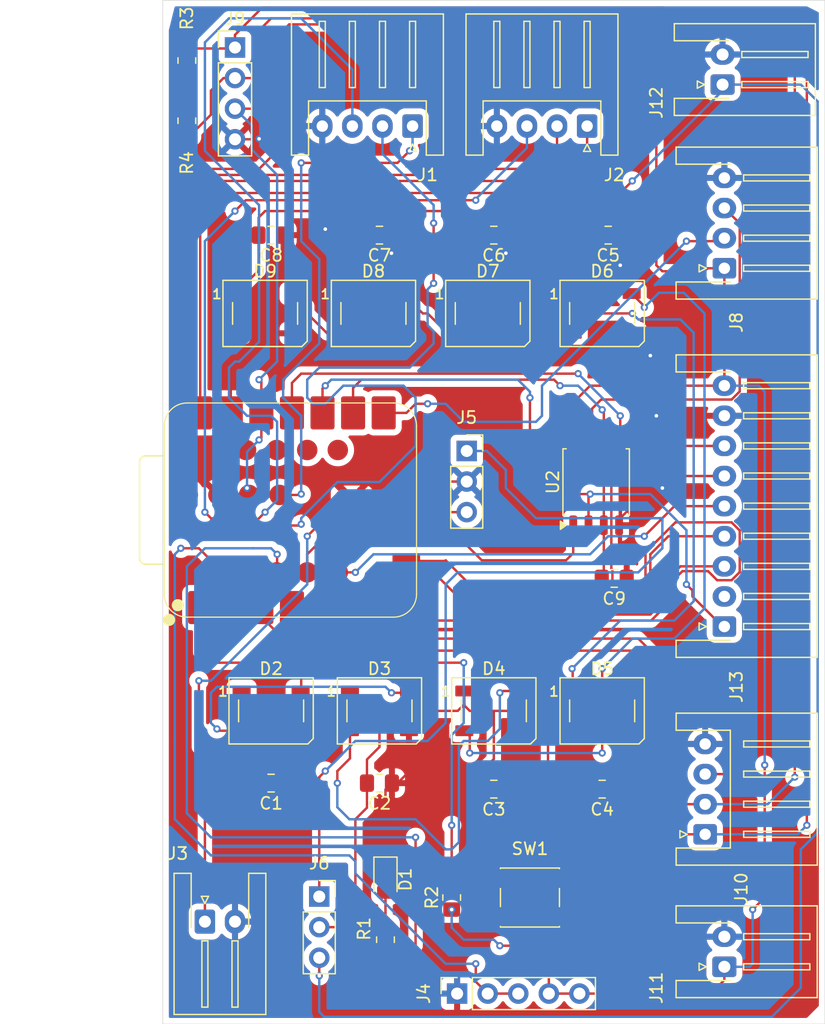
<source format=kicad_pcb>
(kicad_pcb (version 20241229) (generator "pcbnew") (generator_version "9.0")
  (layers (0 "F.Cu" signal) (2 "B.Cu" signal) (13 "F.Paste" user) (15 "B.Paste" user) (5 "F.SilkS" user "F.Silkscreen") (7 "B.SilkS" user "B.Silkscreen") (1 "F.Mask" user) (3 "B.Mask" user) (25 "Edge.Cuts" user))
  (net 0 "")
  (net 1 "NEO_IN")
  (net 2 "GND")
  (net 3 "Net-(D1-A)")
  (net 4 "Net-(D2-DOUT)")
  (net 5 "P1.04")
  (net 7 "Net-(D3-DOUT)")
  (net 8 "Net-(D4-DOUT)")
  (net 9 "Net-(D5-DOUT)")
  (net 10 "Net-(D6-DOUT)")
  (net 11 "Net-(D7-DOUT)")
  (net 12 "Net-(D8-DOUT)")
  (net 14 "SAM_RST")
  (net 15 "SAM_SWD")
  (net 16 "SAM_SWC")
  (net 17 "nRF_RST")
  (net 18 "nRF_SWD")
  (net 19 "nRF_SWC")
  (net 20 "BAT")
  (net 21 "P1.05")
  (net 22 "3V3")
  (net 23 "B_VOUT")
  (net 24 "5V")
  (net 25 "P2.09")
  (net 26 "P2.10")
  (net 28 "P1.07")
  (net 29 "P2.08")
  (net 30 "P0.03")
  (net 31 "P1.10")
  (net 32 "P2.06")
  (net 33 "P2.04")
  (net 34 "P2.02")
  (net 35 "P2.07")
  (net 36 "P1.11")
  (net 37 "P2.00")
  (net 38 "P0.04")
  (net 39 "P1.02")
  (net 40 "P2.01")
  (net 41 "P1.06")
  (net 42 "P1.03")
  (footprint "Capacitor_SMD:C_0805_2012Metric_Pad1.18x1.45mm_HandSolder" (layer "F.Cu") (at 128 135 180)
    (property "Reference" "C2")
    (property "Value" "C")
  )
  (footprint "Resistor_SMD:R_0805_2012Metric_Pad1.20x1.40mm_HandSolder" (layer "F.Cu") (at 112 75 90)
    (property "Reference" "R3")
    (property "Value" "4k7")
  )
  (footprint "LED_SMD:LED_WS2812B_PLCC4_5.0x5.0mm_P3.2mm" (layer "F.Cu") (at 137 96)
    (property "Reference" "D7")
    (property "Value" "WS2812B")
  )
  (footprint "Capacitor_SMD:C_0805_2012Metric_Pad1.18x1.45mm_HandSolder" (layer "F.Cu") (at 128 89.5 180)
    (property "Reference" "C7")
    (property "Value" "C")
  )
  (footprint "Connector_JST:JST_XH_S2B-XH-A-1_1x02_P2.50mm_Horizontal" (layer "F.Cu") (at 113.5 146.5)
    (property "Reference" "J3")
    (property "Value" "BAT")
  )
  (footprint "Connector_JST:JST_XH_S2B-XH-A-1_1x02_P2.50mm_Horizontal" (layer "F.Cu") (at 156.5 77 90)
    (property "Reference" "J12")
    (property "Value" "3V3")
  )
  (footprint "LED_SMD:LED_WS2812B_PLCC4_5.0x5.0mm_P3.2mm" (layer "F.Cu") (at 137.5 129)
    (property "Reference" "D4")
    (property "Value" "WS2812B")
  )
  (footprint "LED_SMD:LED_WS2812B_PLCC4_5.0x5.0mm_P3.2mm" (layer "F.Cu") (at 146.5 96)
    (property "Reference" "D6")
    (property "Value" "WS2812B")
  )
  (footprint "LED_SMD:LED_WS2812B_PLCC4_5.0x5.0mm_P3.2mm" (layer "F.Cu") (at 119 129)
    (property "Reference" "D2")
    (property "Value" "WS2812B")
  )
  (footprint "Connector_JST:JST_XH_S4B-XH-A_1x04_P2.50mm_Horizontal" (layer "F.Cu") (at 155.055 139.25 90)
    (property "Reference" "J10")
    (property "Value" "I2C_PINS")
  )
  (footprint "LED_SMD:LED_WS2812B_PLCC4_5.0x5.0mm_P3.2mm" (layer "F.Cu") (at 127.5 96)
    (property "Reference" "D8")
    (property "Value" "WS2812B")
  )
  (footprint "Capacitor_SMD:C_0805_2012Metric_Pad1.18x1.45mm_HandSolder" (layer "F.Cu") (at 146.5 135.5 180)
    (property "Reference" "C4")
    (property "Value" "C")
  )
  (footprint "Connector_PinSocket_2.54mm:PinSocket_1x05_P2.54mm_Vertical" (layer "F.Cu") (at 134.45 152.475 90)
    (property "Reference" "J4")
    (property "Value" "Pot")
  )
  (footprint "Connector_JST:JST_XH_S4B-XH-A_1x04_P2.50mm_Horizontal" (layer "F.Cu") (at 130.75 80.445 180)
    (property "Reference" "J1")
    (property "Value" "SAM_PROG")
  )
  (footprint "Connector_PinSocket_2.54mm:PinSocket_1x03_P2.54mm_Vertical" (layer "F.Cu") (at 123 144.42)
    (property "Reference" "J6")
    (property "Value" "NEO_CONN")
  )
  (footprint "Resistor_SMD:R_0805_2012Metric_Pad1.20x1.40mm_HandSolder" (layer "F.Cu") (at 128.5 148 90)
    (property "Reference" "R1")
    (property "Value" "300")
  )
  (footprint "Button_Switch_SMD:SW_SPST_PTS647_Sx38" (layer "F.Cu") (at 140.5 144.5)
    (property "Reference" "SW1")
    (property "Value" "SW_SPST")
  )
  (footprint "Capacitor_SMD:C_0805_2012Metric_Pad1.18x1.45mm_HandSolder" (layer "F.Cu") (at 137.5 135.5 180)
    (property "Reference" "C3")
    (property "Value" "C")
  )
  (footprint "Capacitor_SMD:C_0805_2012Metric_Pad1.18x1.45mm_HandSolder" (layer "F.Cu") (at 119 89.5 180)
    (property "Reference" "C8")
    (property "Value" "C")
  )
  (footprint "Capacitor_SMD:C_0805_2012Metric_Pad1.18x1.45mm_HandSolder" (layer "F.Cu") (at 137.5 89.5 180)
    (property "Reference" "C6")
    (property "Value" "C")
  )
  (footprint "Resistor_SMD:R_0805_2012Metric_Pad1.20x1.40mm_HandSolder" (layer "F.Cu") (at 112 80 -90)
    (property "Reference" "R4")
    (property "Value" "4k7")
  )
  (footprint "Connector_JST:JST_XH_S4B-XH-A-1_1x04_P2.50mm_Horizontal" (layer "F.Cu") (at 156.65 92.25 90)
    (property "Reference" "J8")
    (property "Value" "UART_PORT")
  )
  (footprint "Resistor_SMD:R_0805_2012Metric_Pad1.20x1.40mm_HandSolder" (layer "F.Cu") (at 134 144.5 90)
    (property "Reference" "R2")
    (property "Value" "4K7")
  )
  (footprint "Connector_JST:JST_XH_S4B-XH-A_1x04_P2.50mm_Horizontal" (layer "F.Cu") (at 145.25 80.445 180)
    (property "Reference" "J2")
    (property "Value" "NRF_PROG")
  )
  (footprint "Connector_JST:JST_XH_S9B-XH-A-1_1x09_P2.50mm_Horizontal" (layer "F.Cu") (at 156.65 122 90)
    (property "Reference" "J13")
    (property "Value" "DISPLAY_PORT")
  )
  (footprint "Capacitor_SMD:C_0805_2012Metric_Pad1.18x1.45mm_HandSolder" (layer "F.Cu") (at 119 135 180)
    (property "Reference" "C1")
    (property "Value" "C")
  )
  (footprint "LED_SMD:LED_0805_2012Metric_Pad1.15x1.40mm_HandSolder" (layer "F.Cu") (at 128.5 143 -90)
    (property "Reference" "D1")
    (property "Value" "LED")
  )
  (footprint "Package_SO:SOIC-8_5.3x5.3mm_P1.27mm" (layer "F.Cu") (at 146 110 90)
    (property "Reference" "U2")
    (property "Value" "W25Q32JVSS")
  )
  (footprint "LED_SMD:LED_WS2812B_PLCC4_5.0x5.0mm_P3.2mm" (layer "F.Cu") (at 128 129)
    (property "Reference" "D3")
    (property "Value" "WS2812B")
  )
  (footprint "LED_SMD:LED_WS2812B_PLCC4_5.0x5.0mm_P3.2mm" (layer "F.Cu") (at 118.5 96)
    (property "Reference" "D9")
    (property "Value" "WS2812B")
  )
  (footprint "LED_SMD:LED_WS2812B_PLCC4_5.0x5.0mm_P3.2mm" (layer "F.Cu") (at 146.5 129)
    (property "Reference" "D5")
    (property "Value" "WS2812B")
  )
  (footprint "Capacitor_SMD:C_0805_2012Metric_Pad1.18x1.45mm_HandSolder" (layer "F.Cu") (at 147.5 118 180)
    (property "Reference" "C9")
    (property "Value" "C")
  )
  (footprint "Connector_PinSocket_2.54mm:PinSocket_1x03_P2.54mm_Vertical" (layer "F.Cu") (at 135.25 107.42)
    (property "Reference" "J5")
    (property "Value" "BOOST")
  )
  (footprint "Connector_PinHeader_2.54mm:PinHeader_1x04_P2.54mm_Vertical" (layer "F.Cu") (at 116 73.92)
    (property "Reference" "J9")
    (property "Value" "OLED_PINS")
  )
  (footprint "xiao_nrf54l15:ym_" (layer "F.Cu") (at 96.73 81.340994 90)
    (property "Reference" "U3" (hide yes))
    (property "Value" "XIAO-nRF54l15-SMD" (hide yes))
  )
  (footprint "Connector_JST:JST_XH_S2B-XH-A-1_1x02_P2.50mm_Horizontal" (layer "F.Cu") (at 156.65 150.25 90)
    (property "Reference" "J11")
    (property "Value" "5V")
  )
  (footprint "Capacitor_SMD:C_0805_2012Metric_Pad1.18x1.45mm_HandSolder" (layer "F.Cu") (at 147 89.5 180)
    (property "Reference" "C5")
    (property "Value" "C")
  )
  (gr_rect (start 110 70) (end 165 155) (stroke (width 0.05)) (fill no) (layer "Edge.Cuts"))
  (segment (start 142 134.5) (end 143 135.5) (width 0.2) (layer "F.Cu") (net 1))
  (segment (start 135.5 129) (end 137.5 129) (width 0.2) (layer "F.Cu") (net 1))
  (segment (start 143.5 129) (end 144.05 128.45) (width 0.2) (layer "F.Cu") (net 1))
  (segment (start 126.9625 137.0375) (end 126.9625 135) (width 0.2) (layer "F.Cu") (net 1))
  (segment (start 145.5 87.5) (end 137 87.5) (width 0.2) (layer "F.Cu") (net 1))
  (segment (start 145 96) (end 145 95.3) (width 0.2) (layer "F.Cu") (net 1))
  (segment (start 128 129) (end 128 132) (width 0.2) (layer "F.Cu") (net 1))
  (segment (start 135.05 128.45) (end 135.05 127.35) (width 0.2) (layer "F.Cu") (net 1))
  (segment (start 144.05 128.45) (end 144.05 127.35) (width 0.2) (layer "F.Cu") (net 1))
  (segment (start 136.4625 134.0375) (end 136.4625 135.5) (width 0.2) (layer "F.Cu") (net 1))
  (segment (start 118.5 133) (end 117.9625 133.5375) (width 0.2) (layer "F.Cu") (net 1))
  (segment (start 117.5 129) (end 118.5 129) (width 0.2) (layer "F.Cu") (net 1))
  (segment (start 145 95.3) (end 144.05 94.35) (width 0.2) (layer "F.Cu") (net 1))
  (segment (start 126 129) (end 128 129) (width 0.2) (layer "F.Cu") (net 1))
  (segment (start 144.05 127.35) (end 144.05 125.55) (width 0.2) (layer "F.Cu") (net 1))
  (segment (start 125.55 128.45) (end 125.55 128.55) (width 0.2) (layer "F.Cu") (net 1))
  (segment (start 128 129) (end 134.5 129) (width 0.2) (layer "F.Cu") (net 1))
  (segment (start 137.5 129) (end 137.5 133) (width 0.2) (layer "F.Cu") (net 1))
  (segment (start 137.5 133) (end 136.4625 134.0375) (width 0.2) (layer "F.Cu") (net 1))
  (segment (start 125.05 94.35) (end 126.9625 92.4375) (width 0.2) (layer "F.Cu") (net 1))
  (segment (start 125.55 128.55) (end 126 129) (width 0.2) (layer "F.Cu") (net 1))
  (segment (start 117 127.8) (end 117 128.5) (width 0.2) (layer "F.Cu") (net 1))
  (segment (start 145.9625 87.9625) (end 145.5 87.5) (width 0.2) (layer "F.Cu") (net 1))
  (segment (start 117.9625 133.5375) (end 117.9625 135) (width 0.2) (layer "F.Cu") (net 1))
  (segment (start 125.54 146.96) (end 126 146.5) (width 0.2) (layer "F.Cu") (net 1))
  (segment (start 126.9625 133.0375) (end 126.9625 135) (width 0.2) (layer "F.Cu") (net 1))
  (segment (start 117.9625 92.4375) (end 117.9625 89.5) (width 0.2) (layer "F.Cu") (net 1))
  (segment (start 126.425 87.5) (end 126.9625 88.0375) (width 0.2) (layer "F.Cu") (net 1))
  (segment (start 128 132) (end 126.9625 133.0375) (width 0.2) (layer "F.Cu") (net 1))
  (segment (start 127.5 87.5) (end 135.925 87.5) (width 0.2) (layer "F.Cu") (net 1))
  (segment (start 136.4625 88.0375) (end 136.4625 89.5) (width 0.2) (layer "F.Cu") (net 1))
  (segment (start 118.5 87.5) (end 126.425 87.5) (width 0.2) (layer "F.Cu") (net 1))
  (segment (start 135.05 128.45) (end 135.05 128.55) (width 0.2) (layer "F.Cu") (net 1))
  (segment (start 118.5 129) (end 125 129) (width 0.2) (layer "F.Cu") (net 1))
  (segment (start 145.9625 92.4375) (end 145.9625 89.5) (width 0.2) (layer "F.Cu") (net 1))
  (segment (start 144.05 94.35) (end 145.9625 92.4375) (width 0.2) (layer "F.Cu") (net 1))
  (segment (start 116.05 94.35) (end 117.9625 92.4375) (width 0.2) (layer "F.Cu") (net 1))
  (segment (start 117.9625 88.0375) (end 118.5 87.5) (width 0.2) (layer "F.Cu") (net 1))
  (segment (start 118.5 129) (end 118.5 133) (width 0.2) (layer "F.Cu") (net 1))
  (segment (start 143 135.5) (end 145.4625 135.5) (width 0.2) (layer "F.Cu") (net 1))
  (segment (start 137.5 129) (end 142 129) (width 0.2) (layer "F.Cu") (net 1))
  (segment (start 123 146.96) (end 125.54 146.96) (width 0.2) (layer "F.Cu") (net 1))
  (segment (start 142 129) (end 143.5 129) (width 0.2) (layer "F.Cu") (net 1))
  (segment (start 136.4625 92.4375) (end 136.4625 89.5) (width 0.2) (layer "F.Cu") (net 1))
  (segment (start 134.5 129) (end 135.05 128.45) (width 0.2) (layer "F.Cu") (net 1))
  (segment (start 117 128.5) (end 117.5 129) (width 0.2) (layer "F.Cu") (net 1))
  (segment (start 135.05 128.55) (end 135.5 129) (width 0.2) (layer "F.Cu") (net 1))
  (segment (start 117.9625 89.5) (end 117.9625 88.0375) (width 0.2) (layer "F.Cu") (net 1))
  (segment (start 125.55 128.45) (end 125.55 127.35) (width 0.2) (layer "F.Cu") (net 1))
  (segment (start 137 87.5) (end 136.4625 88.0375) (width 0.2) (layer "F.Cu") (net 1))
  (segment (start 126.9625 89.5) (end 126.9625 88.0375) (width 0.2) (layer "F.Cu") (net 1))
  (segment (start 134.55 94.35) (end 136.4625 92.4375) (width 0.2) (layer "F.Cu") (net 1))
  (segment (start 142 129) (end 142 134.5) (width 0.2) (layer "F.Cu") (net 1))
  (segment (start 135.925 87.5) (end 136.4625 88.0375) (width 0.2) (layer "F.Cu") (net 1))
  (segment (start 145.9625 89.5) (end 145.9625 87.9625) (width 0.2) (layer "F.Cu") (net 1))
  (segment (start 125 129) (end 125.55 128.45) (width 0.2) (layer "F.Cu") (net 1))
  (segment (start 116.55 127.35) (end 117 127.8) (width 0.2) (layer "F.Cu") (net 1))
  (segment (start 126 138) (end 126.9625 137.0375) (width 0.2) (layer "F.Cu") (net 1))
  (segment (start 126.9625 92.4375) (end 126.9625 89.5) (width 0.2) (layer "F.Cu") (net 1))
  (segment (start 126.9625 88.0375) (end 127.5 87.5) (width 0.2) (layer "F.Cu") (net 1))
  (segment (start 126 146.5) (end 126 138) (width 0.2) (layer "F.Cu") (net 1))
  (segment (start 144.05 125.55) (end 144 125.5) (width 0.2) (layer "F.Cu") (net 1))
  (segment (start 149 96) (end 145 96) (width 0.2) (layer "F.Cu") (net 1))
  (via (at 144 125.5) (size 0.6) (drill 0.3) (layers "F.Cu" "B.Cu") (net 1))
  (via (at 149 96) (size 0.6) (drill 0.3) (layers "F.Cu" "B.Cu") (net 1))
  (segment (start 149.5 96.5) (end 149 96) (width 0.2) (layer "B.Cu") (net 1))
  (segment (start 152.5 121.5) (end 154.101 119.899) (width 0.2) (layer "B.Cu") (net 1))
  (segment (start 154.101 119.899) (end 154.101 97.601) (width 0.2) (layer "B.Cu") (net 1))
  (segment (start 153 96.5) (end 149.5 96.5) (width 0.2) (layer "B.Cu") (net 1))
  (segment (start 154.101 97.601) (end 153 96.5) (width 0.2) (layer "B.Cu") (net 1))
  (segment (start 144 125.5) (end 148 121.5) (width 0.2) (layer "B.Cu") (net 1))
  (segment (start 148 121.5) (end 152.5 121.5) (width 0.2) (layer "B.Cu") (net 1))
  (segment (start 116 148) (end 116 146.5) (width 0.2) (layer "F.Cu") (net 2))
  (segment (start 134.45 152.475) (end 132 152.475) (width 0.2) (layer "F.Cu") (net 2))
  (segment (start 148.0375 89.5) (end 148.0375 90.5375) (width 0.2) (layer "F.Cu") (net 2))
  (segment (start 139 98.1) (end 139.45 97.65) (width 0.2) (layer "F.Cu") (net 2))
  (segment (start 136.5 74.5) (end 137.75 75.75) (width 0.2) (layer "F.Cu") (net 2))
  (segment (start 120.95 97.65) (end 120.65 97.95) (width 0.2) (layer "F.Cu") (net 2))
  (segment (start 148.75 147.75) (end 147.5 146.5) (width 0.2) (layer "F.Cu") (net 2))
  (segment (start 148 91) (end 148.0375 90.9625) (width 0.2) (layer "F.Cu") (net 2))
  (segment (start 125.340994 111.340994) (end 123.5 109.5) (width 0.2) (layer "F.Cu") (net 2))
  (segment (start 121 100) (end 129 100) (width 0.2) (layer "F.Cu") (net 2))
  (segment (start 121 153) (end 116 148) (width 0.2) (layer "F.Cu") (net 2))
  (segment (start 139.95 134.55) (end 139.95 130.65) (width 0.2) (layer "F.Cu") (net 2))
  (segment (start 129 153) (end 121 153) (width 0.2) (layer "F.Cu") (net 2))
  (segment (start 123.5 109.5) (end 116.190994 109.5) (width 0.2) (layer "F.Cu") (net 2))
  (segment (start 161.5 146) (end 161.5 130.5) (width 0.2) (layer "F.Cu") (net 2))
  (segment (start 116 146.5) (end 116 141.5) (width 0.2) (layer "F.Cu") (net 2))
  (segment (start 120.0375 137.4625) (end 120.0375 135) (width 0.2) (layer "F.Cu") (net 2))
  (segment (start 130.45 134.05) (end 130.45 135.95) (width 0.2) (layer "F.Cu") (net 2))
  (segment (start 147.5 145) (end 146.4 146.1) (width 0.2) (layer "F.Cu") (net 2))
  (segment (start 139 99.5) (end 139 98.1) (width 0.2) (layer "F.Cu") (net 2))
  (segment (start 114.62 107.38) (end 115.65 106.35) (width 0.2) (layer "F.Cu") (net 2))
  (segment (start 121 100) (end 116.5 100) (width 0.2) (layer "F.Cu") (net 2))
  (segment (start 150.5 99.5) (end 149.45 99.5) (width 0.2) (layer "F.Cu") (net 2))
  (segment (start 129 89.5375) (end 129.0375 89.5) (width 0.2) (layer "F.Cu") (net 2))
  (segment (start 156.65 147.75) (end 148.75 147.75) (width 0.2) (layer "F.Cu") (net 2))
  (segment (start 124.5 74.5) (end 136.5 74.5) (width 0.2) (layer "F.Cu") (net 2))
  (segment (start 156.65 104.5) (end 160 104.5) (width 0.2) (layer "F.Cu") (net 2))
  (segment (start 161.5 83) (end 161.5 75) (width 0.2) (layer "F.Cu") (net 2))
  (segment (start 138.5 89.5375) (end 138.5375 89.5) (width 0.2) (layer "F.Cu") (net 2))
  (segment (start 147.5 146.5) (end 147.5 145) (width 0.2) (layer "F.Cu") (net 2))
  (segment (start 129 91) (end 129 89.5375) (width 0.2) (layer "F.Cu") (net 2))
  (segment (start 160.25 131.75) (end 161.5 130.5) (width 0.2) (layer "F.Cu") (net 2))
  (segment (start 147.5375 139.5) (end 147.5375 144.9625) (width 0.2) (layer "F.Cu") (net 2))
  (segment (start 123.25 80.445) (end 123.25 75.75) (width 0.2) (layer "F.Cu") (net 2))
  (segment (start 151 97) (end 150.35 97.65) (width 0.2) (layer "F.Cu") (net 2))
  (segment (start 148.95 134.55) (end 148.95 130.65) (width 0.2) (layer "F.Cu") (net 2))
  (segment (start 123 89.5) (end 123.5 89) (width 0.2) (layer "F.Cu") (net 2))
  (segment (start 149.45 99.5) (end 148.95 99) (width 0.2) (layer "F.Cu") (net 2))
  (segment (start 138.5 100) (end 148 100) (width 0.2) (layer "F.Cu") (net 2))
  (segment (start 160 104.5) (end 161.5 103) (width 0.2) (layer "F.Cu") (net 2))
  (segment (start 120.0375 134.8625) (end 121.45 133.45) (width 0.2) (layer "F.Cu") (net 2))
  (segment (start 150.35 97.65) (end 148.95 97.65) (width 0.2) (layer "F.Cu") (net 2))
  (segment (start 146.4 146.1) (end 143.125 146.1) (width 0.2) (layer "F.Cu") (net 2))
  (segment (start 143.125 146.1) (end 137.875 146.1) (width 0.2) (layer "F.Cu") (net 2))
  (segment (start 147.905 113.5875) (end 147.905 113.095) (width 0.2) (layer "F.Cu") (net 2))
  (segment (start 148.0375 90.9625) (end 148.0375 89.5) (width 0.2) (layer "F.Cu") (net 2))
  (segment (start 147.5375 135.5) (end 148 135.5) (width 0.2) (layer "F.Cu") (net 2))
  (segment (start 161.5 75) (end 161 74.5) (width 0.2) (layer "F.Cu") (net 2))
  (segment (start 138.5375 135.5375) (end 138.5375 135.5) (width 0.2) (layer "F.Cu") (net 2))
  (segment (start 137.875 146.1) (end 134.45 149.525) (width 0.2) (layer "F.Cu") (net 2))
  (segment (start 159.75 84.75) (end 156.65 84.75) (width 0.2) (layer "F.Cu") (net 2))
  (segment (start 161.5 130.5) (end 161.5 103) (width 0.2) (layer "F.Cu") (net 2))
  (segment (start 138.5375 135.5) (end 139 135.5) (width 0.2) (layer "F.Cu") (net 2))
  (segment (start 128.5 135.5375) (end 129.0375 135) (width 0.2) (layer "F.Cu") (net 2))
  (segment (start 147.905 113.5875) (end 147.905 115.405) (width 0.2) (layer "F.Cu") (net 2))
  (segment (start 133.04 109.96) (end 135.25 109.96) (width 0.2) (layer "F.Cu") (net 2))
  (segment (start 148.95 99.05) (end 148.95 99) (width 0.2) (layer "F.Cu") (net 2))
  (segment (start 155.055 131.75) (end 160.25 131.75) (width 0.2) (layer "F.Cu") (net 2))
  (segment (start 129 100) (end 138.5 100) (width 0.2) (layer "F.Cu") (net 2))
  (segment (start 129.0375 135) (end 129.5 135) (width 0.2) (layer "F.Cu") (net 2))
  (segment (start 148.95 99) (end 148.95 97.65) (width 0.2) (layer "F.Cu") (net 2))
  (segment (start 116.5 100) (end 115.65 100.85) (width 0.2) (layer "F.Cu") (net 2))
  (segment (start 129.5 135) (end 130.45 134.05) (width 0.2) (layer "F.Cu") (net 2))
  (segment (start 161.5 103) (end 161.5 86.5) (width 0.2) (layer "F.Cu") (net 2))
  (segment (start 120.65 99.65) (end 121 100) (width 0.2) (layer "F.Cu") (net 2))
  (segment (start 134.45 149.525) (end 134.45 152.475) (width 0.2) (layer "F.Cu") (net 2))
  (segment (start 129.525 152.475) (end 129 153) (width 0.2) (layer "F.Cu") (net 2))
  (segment (start 130.45 134.05) (end 130.45 130.65) (width 0.2) (layer "F.Cu") (net 2))
  (segment (start 138.5375 136.4625) (end 138.5375 135.5) (width 0.2) (layer "F.Cu") (net 2))
  (segment (start 139 135.5) (end 139.95 134.55) (width 0.2) (layer "F.Cu") (net 2))
  (segment (start 116 103.908494) (end 115.65 104.258494) (width 0.2) (layer "F.Cu") (net 2))
  (segment (start 147.5375 135.5) (end 147.5375 139.5) (width 0.2) (layer "F.Cu") (net 2))
  (segment (start 148 135.5) (end 148.95 134.55) (width 0.2) (layer "F.Cu") (net 2))
  (segment (start 115.65 106.35) (end 115.65 104.258494) (width 0.2) (layer "F.Cu") (net 2))
  (segment (start 128.5 141.975) (end 128.5 135.5375) (width 0.2) (layer "F.Cu") (net 2))
  (segment (start 116 81.54) (end 117.96 81.54) (width 0.2) (layer "F.Cu") (net 2))
  (segment (start 123.25 75.75) (end 124.5 74.5) (width 0.2) (layer "F.Cu") (net 2))
  (segment (start 114.62 111.070994) (end 114.62 107.38) (width 0.2) (layer "F.Cu") (net 2))
  (segment (start 120.0375 135) (end 120.0375 134.8625) (width 0.2) (layer "F.Cu") (net 2))
  (segment (start 161 74.5) (end 156.5 74.5) (width 0.2) (layer "F.Cu") (net 2))
  (segment (start 151 93.5) (end 151 97) (width 0.2) (layer "F.Cu") (net 2))
  (segment (start 129.5 99.5) (end 129.5 98.1) (width 0.2) (layer "F.Cu") (net 2))
  (segment (start 150.5 110.5) (end 151.5 110.5) (width 0.2) (layer "F.Cu") (net 2))
  (segment (start 148 92) (end 148 91) (width 0.2) (layer "F.Cu") (net 2))
  (segment (start 138.5 91) (end 138.5 89.5375) (width 0.2) (layer "F.Cu") (net 2))
  (segment (start 125.704811 111.340994) (end 131.659006 111.340994) (width 0.2) (layer "F.Cu") (net 2))
  (segment (start 116.190994 109.5) (end 114.62 111.070994) (width 0.2) (layer "F.Cu") (net 2))
  (segment (start 129.5 98.1) (end 129.95 97.65) (width 0.2) (layer "F.Cu") (net 2))
  (segment (start 129 100) (end 129.5 99.5) (width 0.2) (layer "F.Cu") (net 2))
  (segment (start 148.0375 90.5375) (end 151 93.5) (width 0.2) (layer "F.Cu") (net 2))
  (segment (start 131.5 137) (end 138 137) (width 0.2) (layer "F.Cu") (net 2))
  (segment (start 138 137) (end 138.5375 136.4625) (width 0.2) (layer "F.Cu") (net 2))
  (segment (start 115.65 100.85) (end 115.65 104.258494) (width 0.2) (layer "F.Cu") (net 2))
  (segment (start 147.5375 139.5) (end 142.5 139.5) (width 0.2) (layer "F.Cu") (net 2))
  (segment (start 132 152.475) (end 129.525 152.475) (width 0.2) (layer "F.Cu") (net 2))
  (segment (start 148.5375 116.0375) (end 148.5375 118) (width 0.2) (layer "F.Cu") (net 2))
  (segment (start 159.75 147.75) (end 161.5 146) (width 0.2) (layer "F.Cu") (net 2))
  (segment (start 116 141.5) (end 120.0375 137.4625) (width 0.2) (layer "F.Cu") (net 2))
  (segment (start 147.5375 144.9625) (end 147.5 145) (width 0.2) (layer "F.Cu") (net 2))
  (segment (start 161.5 86.5) (end 159.75 84.75) (width 0.2) (layer "F.Cu") (net 2))
  (segment (start 156.65 147.75) (end 159.75 147.75) (width 0.2) (layer "F.Cu") (net 2))
  (segment (start 131.659006 111.340994) (end 133.04 109.96) (width 0.2) (layer "F.Cu") (net 2))
  (segment (start 125.704811 111.340994) (end 125.340994 111.340994) (width 0.2) (layer "F.Cu") (net 2))
  (segment (start 142.5 139.5) (end 138.5375 135.5375) (width 0.2) (layer "F.Cu") (net 2))
  (segment (start 159.75 84.75) (end 161.5 83) (width 0.2) (layer "F.Cu") (net 2))
  (segment (start 120.0375 89.5) (end 123 89.5) (width 0.2) (layer "F.Cu") (net 2))
  (segment (start 156.65 104.5) (end 151 104.5) (width 0.2) (layer "F.Cu") (net 2))
  (segment (start 120.65 97.95) (end 120.65 99.65) (width 0.2) (layer "F.Cu") (net 2))
  (segment (start 137.75 75.75) (end 137.75 80.445) (width 0.2) (layer "F.Cu") (net 2))
  (segment (start 117.96 81.54) (end 118 81.5) (width 0.2) (layer "F.Cu") (net 2))
  (segment (start 147.905 113.095) (end 149.5 111.5) (width 0.2) (layer "F.Cu") (net 2))
  (segment (start 148 100) (end 148.95 99.05) (width 0.2) (layer "F.Cu") (net 2))
  (segment (start 121.45 133.45) (end 121.45 130.65) (width 0.2) (layer "F.Cu") (net 2))
  (segment (start 149.5 111.5) (end 150.5 110.5) (width 0.2) (layer "F.Cu") (net 2))
  (segment (start 130.45 135.95) (end 131.5 137) (width 0.2) (layer "F.Cu") (net 2))
  (segment (start 147.905 115.405) (end 148.5375 116.0375) (width 0.2) (layer "F.Cu") (net 2))
  (segment (start 138.5 100) (end 139 99.5) (width 0.2) (layer "F.Cu") (net 2))
  (via (at 123.5 89) (size 0.6) (drill 0.3) (layers "F.Cu" "B.Cu") (net 2))
  (via (at 150.5 99.5) (size 0.6) (drill 0.3) (layers "F.Cu" "B.Cu") (net 2))
  (via (at 148 92) (size 0.6) (drill 0.3) (layers "F.Cu" "B.Cu") (net 2))
  (via (at 151.5 110.5) (size 0.6) (drill 0.3) (layers "F.Cu" "B.Cu") (net 2))
  (via (at 118 81.5) (size 0.6) (drill 0.3) (layers "F.Cu" "B.Cu") (net 2))
  (via (at 151 104.5) (size 0.6) (drill 0.3) (layers "F.Cu" "B.Cu") (net 2))
  (via (at 129 91) (size 0.6) (drill 0.3) (layers "F.Cu" "B.Cu") (net 2))
  (via (at 138.5 91) (size 0.6) (drill 0.3) (layers "F.Cu" "B.Cu") (net 2))
  (segment (start 119.055 80.445) (end 123.25 80.445) (width 0.2) (layer "B.Cu") (net 2))
  (segment (start 123.25 88.25) (end 123.25 80.445) (width 0.2) (layer "B.Cu") (net 2))
  (segment (start 129 92) (end 138.5 92) (width 0.2) (layer "B.Cu") (net 2))
  (segment (start 151.5 110.5) (end 151.5 105) (width 0.2) (layer "B.Cu") (net 2))
  (segment (start 129 92) (end 129 91) (width 0.2) (layer "B.Cu") (net 2))
  (segment (start 138.5 92) (end 148 92) (width 0.2) (layer "B.Cu") (net 2))
  (segment (start 138.5 92) (end 138.5 91) (width 0.2) (layer "B.Cu") (net 2))
  (segment (start 150.5 104) (end 150.5 99.5) (width 0.2) (layer "B.Cu") (net 2))
  (segment (start 118 81.5) (end 119.055 80.445) (width 0.2) (layer "B.Cu") (net 2))
  (segment (start 123.5 88.5) (end 123.25 88.25) (width 0.2) (layer "B.Cu") (net 2))
  (segment (start 126.5 92) (end 129 92) (width 0.2) (layer "B.Cu") (net 2))
  (segment (start 151 104.5) (end 150.5 104) (width 0.2) (layer "B.Cu") (net 2))
  (segment (start 123.5 89) (end 126.5 92) (width 0.2) (layer "B.Cu") (net 2))
  (segment (start 151.5 105) (end 151 104.5) (width 0.2) (layer "B.Cu") (net 2))
  (segment (start 123.5 89) (end 123.5 88.5) (width 0.2) (layer "B.Cu") (net 2))
  (segment (start 128.5 147) (end 128.5 144.025) (width 0.2) (layer "F.Cu") (net 3))
  (segment (start 130.3 127.5) (end 130.45 127.35) (width 0.2) (layer "F.Cu") (net 4))
  (segment (start 114.65 130.65) (end 114.5 130.5) (width 0.2) (layer "F.Cu") (net 4))
  (segment (start 116.55 130.65) (end 114.65 130.65) (width 0.2) (layer "F.Cu") (net 4))
  (segment (start 129 127.5) (end 130.3 127.5) (width 0.2) (layer "F.Cu") (net 4))
  (via (at 114.5 130.5) (size 0.6) (drill 0.3) (layers "F.Cu" "B.Cu") (net 4))
  (via (at 129 127.5) (size 0.6) (drill 0.3) (layers "F.Cu" "B.Cu") (net 4))
  (segment (start 114 130) (end 114 128.5) (width 0.2) (layer "B.Cu") (net 4))
  (segment (start 114 128.5) (end 114 127.5) (width 0.2) (layer "B.Cu") (net 4))
  (segment (start 114 127.5) (end 114.5 127) (width 0.2) (layer "B.Cu") (net 4))
  (segment (start 128.5 127) (end 129 127.5) (width 0.2) (layer "B.Cu") (net 4))
  (segment (start 114.5 130.5) (end 114 130) (width 0.2) (layer "B.Cu") (net 4))
  (segment (start 114.5 127) (end 128.5 127) (width 0.2) (layer "B.Cu") (net 4))
  (segment (start 121.5 127.3) (end 121.45 127.35) (width 0.2) (layer "F.Cu") (net 5))
  (segment (start 113.11 124.11) (end 114 125) (width 0.2) (layer "F.Cu") (net 5))
  (segment (start 113.11 120.423494) (end 113.11 124.11) (width 0.2) (layer "F.Cu") (net 5))
  (segment (start 121 125) (end 121.5 125.5) (width 0.2) (layer "F.Cu") (net 5))
  (segment (start 121.5 125.5) (end 121.5 127.3) (width 0.2) (layer "F.Cu") (net 5))
  (segment (start 114 125) (end 121 125) (width 0.2) (layer "F.Cu") (net 5))
  (segment (start 139.95 127.35) (end 138.15 127.35) (width 0.2) (layer "F.Cu") (net 7))
  (segment (start 124.5 135) (end 124.5 134) (width 0.2) (layer "F.Cu") (net 7))
  (segment (start 125.55 132.95) (end 125.55 130.65) (width 0.2) (layer "F.Cu") (net 7))
  (segment (start 124.5 134) (end 125.55 132.95) (width 0.2) (layer "F.Cu") (net 7))
  (segment (start 138.15 127.35) (end 138 127.5) (width 0.2) (layer "F.Cu") (net 7))
  (via (at 124.5 135) (size 0.6) (drill 0.3) (layers "F.Cu" "B.Cu") (net 7))
  (via (at 138 127.5) (size 0.6) (drill 0.3) (layers "F.Cu" "B.Cu") (net 7))
  (segment (start 124.5 137) (end 124.5 135) (width 0.2) (layer "B.Cu") (net 7))
  (segment (start 132.5 139.5) (end 131 138) (width 0.2) (layer "B.Cu") (net 7))
  (segment (start 135 131.5) (end 134.601 131.899) (width 0.2) (layer "B.Cu") (net 7))
  (segment (start 134.601 139.899) (end 134 140.5) (width 0.2) (layer "B.Cu") (net 7))
  (segment (start 137 131.5) (end 135 131.5) (width 0.2) (layer "B.Cu") (net 7))
  (segment (start 131 138) (end 129.5 138) (width 0.2) (layer "B.Cu") (net 7))
  (segment (start 134.601 133) (end 134.601 139.899) (width 0.2) (layer "B.Cu") (net 7))
  (segment (start 125.5 138) (end 124.5 137) (width 0.2) (layer "B.Cu") (net 7))
  (segment (start 134.601 131.899) (end 134.601 133) (width 0.2) (layer "B.Cu") (net 7))
  (segment (start 134 140.5) (end 133.5 140.5) (width 0.2) (layer "B.Cu") (net 7))
  (segment (start 129.5 138) (end 125.5 138) (width 0.2) (layer "B.Cu") (net 7))
  (segment (start 138 130.5) (end 137 131.5) (width 0.2) (layer "B.Cu") (net 7))
  (segment (start 138 127.5) (end 138 130.5) (width 0.2) (layer "B.Cu") (net 7))
  (segment (start 133.5 140.5) (end 132.5 139.5) (width 0.2) (layer "B.Cu") (net 7))
  (segment (start 135.499999 131.099999) (end 135.05 130.65) (width 0.2) (layer "F.Cu") (net 8))
  (segment (start 135.5 132.5) (end 135.499999 131.099999) (width 0.2) (layer "F.Cu") (net 8))
  (segment (start 148.15 127.35) (end 146.5 129) (width 0.2) (layer "F.Cu") (net 8))
  (segment (start 148.95 127.35) (end 148.15 127.35) (width 0.2) (layer "F.Cu") (net 8))
  (segment (start 146.5 129) (end 146.5 132.5) (width 0.2) (layer "F.Cu") (net 8))
  (via (at 135.5 132.5) (size 0.6) (drill 0.3) (layers "F.Cu" "B.Cu") (net 8))
  (via (at 146.5 132.5) (size 0.6) (drill 0.3) (layers "F.Cu" "B.Cu") (net 8))
  (segment (start 146.5 132.5) (end 135.5 132.5) (width 0.2) (layer "B.Cu") (net 8))
  (segment (start 144.05 130.65) (end 146.5 128.2) (width 0.2) (layer "F.Cu") (net 9))
  (segment (start 146.5 128.2) (end 146.5 125.5) (width 0.2) (layer "F.Cu") (net 9))
  (segment (start 150 95.4) (end 148.95 94.35) (width 0.2) (layer "F.Cu") (net 9))
  (segment (start 150 95.5) (end 150 95.4) (width 0.2) (layer "F.Cu") (net 9))
  (via (at 146.5 125.5) (size 0.6) (drill 0.3) (layers "F.Cu" "B.Cu") (net 9))
  (via (at 150 95.5) (size 0.6) (drill 0.3) (layers "F.Cu" "B.Cu") (net 9))
  (segment (start 151.21645 94.28355) (end 150 95.5) (width 0.2) (layer "B.Cu") (net 9))
  (segment (start 153.28355 94.28355) (end 151.21645 94.28355) (width 0.2) (layer "B.Cu") (net 9))
  (segment (start 153.5 94.5) (end 153.28355 94.28355) (width 0.2) (layer "B.Cu") (net 9))
  (segment (start 152.5 123) (end 155 120.5) (width 0.2) (layer "B.Cu") (net 9))
  (segment (start 149 123) (end 152.5 123) (width 0.2) (layer "B.Cu") (net 9))
  (segment (start 155 97) (end 155 96) (width 0.2) (layer "B.Cu") (net 9))
  (segment (start 146.5 125.5) (end 149 123) (width 0.2) (layer "B.Cu") (net 9))
  (segment (start 155 107.5) (end 155 97) (width 0.2) (layer "B.Cu") (net 9))
  (segment (start 155 120.5) (end 155 107.5) (width 0.2) (layer "B.Cu") (net 9))
  (segment (start 155 96) (end 153.5 94.5) (width 0.2) (layer "B.Cu") (net 9))
  (segment (start 141.1 96) (end 139.45 94.35) (width 0.2) (layer "F.Cu") (net 10))
  (segment (start 142.4 96) (end 141.1 96) (width 0.2) (layer "F.Cu") (net 10))
  (segment (start 144.05 97.65) (end 142.4 96) (width 0.2) (layer "F.Cu") (net 10))
  (segment (start 132 96) (end 133.65 97.65) (width 0.2) (layer "F.Cu") (net 11))
  (segment (start 129.95 94.35) (end 131.6 96) (width 0.2) (layer "F.Cu") (net 11))
  (segment (start 131.6 96) (end 132 96) (width 0.2) (layer "F.Cu") (net 11))
  (segment (start 133.65 97.65) (end 134.55 97.65) (width 0.2) (layer "F.Cu") (net 11))
  (segment (start 122 95.4) (end 122 96) (width 0.2) (layer "F.Cu") (net 12))
  (segment (start 122 96) (end 123.65 97.65) (width 0.2) (layer "F.Cu") (net 12))
  (segment (start 123.65 97.65) (end 125.05 97.65) (width 0.2) (layer "F.Cu") (net 12))
  (segment (start 120.95 94.35) (end 122 95.4) (width 0.2) (layer "F.Cu") (net 12))
  (segment (start 117.389006 113.610994) (end 118.5 112.5) (width 0.2) (layer "F.Cu") (net 14))
  (segment (start 117.16 113.610994) (end 117.389006 113.610994) (width 0.2) (layer "F.Cu") (net 14))
  (via (at 118.5 112.5) (size 0.6) (drill 0.3) (layers "F.Cu" "B.Cu") (net 14))
  (segment (start 113.5 82.5) (end 113.5 73.5) (width 0.2) (layer "B.Cu") (net 14))
  (segment (start 115.5 103) (end 115.5 100.5) (width 0.2) (layer "B.Cu") (net 14))
  (segment (start 118 87) (end 113.5 82.5) (width 0.2) (layer "B.Cu") (net 14))
  (segment (start 118.5 112.5) (end 119.5 111.5) (width 0.2) (layer "B.Cu") (net 14))
  (segment (start 116.349943 100) (end 118 98.349943) (width 0.2) (layer "B.Cu") (net 14))
  (segment (start 125.75 75.75) (end 125.75 80.445) (width 0.2) (layer "B.Cu") (net 14))
  (segment (start 119 104.5) (end 117 104.5) (width 0.2) (layer "B.Cu") (net 14))
  (segment (start 115.5 100.5) (end 116 100) (width 0.2) (layer "B.Cu") (net 14))
  (segment (start 119.5 111.5) (end 119.5 105) (width 0.2) (layer "B.Cu") (net 14))
  (segment (start 121.5 71.5) (end 125.75 75.75) (width 0.2) (layer "B.Cu") (net 14))
  (segment (start 116 100) (end 116.349943 100) (width 0.2) (layer "B.Cu") (net 14))
  (segment (start 119.5 105) (end 119 104.5) (width 0.2) (layer "B.Cu") (net 14))
  (segment (start 117 104.5) (end 115.5 103) (width 0.2) (layer "B.Cu") (net 14))
  (segment (start 118 98.349943) (end 118 87) (width 0.2) (layer "B.Cu") (net 14))
  (segment (start 113.5 73.5) (end 115.5 71.5) (width 0.2) (layer "B.Cu") (net 14))
  (segment (start 115.5 71.5) (end 121.5 71.5) (width 0.2) (layer "B.Cu") (net 14))
  (segment (start 119.7 113.610994) (end 121.389006 113.610994) (width 0.2) (layer "F.Cu") (net 15))
  (segment (start 132.5 93.5) (end 132.5 88.5) (width 0.2) (layer "F.Cu") (net 15))
  (segment (start 121.389006 113.610994) (end 121.5 113.5) (width 0.2) (layer "F.Cu") (net 15))
  (via (at 132.5 88.5) (size 0.6) (drill 0.3) (layers "F.Cu" "B.Cu") (net 15))
  (via (at 132.5 93.5) (size 0.6) (drill 0.3) (layers "F.Cu" "B.Cu") (net 15))
  (via (at 121.5 113.5) (size 0.6) (drill 0.3) (layers "F.Cu" "B.Cu") (net 15))
  (segment (start 132.5 97.5) (end 132 97) (width 0.2) (layer "B.Cu") (net 15))
  (segment (start 130 102) (end 129.5 102) (width 0.2) (layer "B.Cu") (net 15))
  (segment (start 131 107) (end 131 103) (width 0.2) (layer "B.Cu") (net 15))
  (segment (start 121.5 113) (end 123 111.5) (width 0.2) (layer "B.Cu") (net 15))
  (segment (start 123 111.5) (end 124.5 110) (width 0.2) (layer "B.Cu") (net 15))
  (segment (start 123 100.5) (end 130.5 100.5) (width 0.2) (layer "B.Cu") (net 15))
  (segment (start 123.5 103.5) (end 122.5 103.5) (width 0.2) (layer "B.Cu") (net 15))
  (segment (start 132.5 88.5) (end 132.5 87) (width 0.2) (layer "B.Cu") (net 15))
  (segment (start 128 110) (end 131 107) (width 0.2) (layer "B.Cu") (net 15))
  (segment (start 131 103) (end 130 102) (width 0.2) (layer "B.Cu") (net 15))
  (segment (start 124.5 102.5) (end 123.5 103.5) (width 0.2) (layer "B.Cu") (net 15))
  (segment (start 132 97) (end 132 94) (width 0.2) (layer "B.Cu") (net 15))
  (segment (start 121.5 113.5) (end 121.5 113) (width 0.2) (layer "B.Cu") (net 15))
  (segment (start 125 102) (end 124.5 102.5) (width 0.2) (layer "B.Cu") (net 15))
  (segment (start 129.5 102) (end 125 102) (width 0.2) (layer "B.Cu") (net 15))
  (segment (start 128.25 82.75) (end 128.25 80.445) (width 0.2) (layer "B.Cu") (net 15))
  (segment (start 122 101.5) (end 123 100.5) (width 0.2) (layer "B.Cu") (net 15))
  (segment (start 122 103) (end 122 101.5) (width 0.2) (layer "B.Cu") (net 15))
  (segment (start 132 94) (end 132.5 93.5) (width 0.2) (layer "B.Cu") (net 15))
  (segment (start 122.5 103.5) (end 122 103) (width 0.2) (layer "B.Cu") (net 15))
  (segment (start 132.5 98.5) (end 132.5 97.5) (width 0.2) (layer "B.Cu") (net 15))
  (segment (start 130.5 100.5) (end 132 99) (width 0.2) (layer "B.Cu") (net 15))
  (segment (start 132 99) (end 132.5 98.5) (width 0.2) (layer "B.Cu") (net 15))
  (segment (start 132.5 87) (end 128.25 82.75) (width 0.2) (layer "B.Cu") (net 15))
  (segment (start 124.5 110) (end 128 110) (width 0.2) (layer "B.Cu") (net 15))
  (segment (start 119.7 111.070994) (end 121.429006 111.070994) (width 0.2) (layer "F.Cu") (net 16))
  (segment (start 129.5 83.5) (end 130.5 82.5) (width 0.2) (layer "F.Cu") (net 16))
  (segment (start 121.429006 111.070994) (end 121.5 111) (width 0.2) (layer "F.Cu") (net 16))
  (segment (start 121.5 83.5) (end 129.5 83.5) (width 0.2) (layer "F.Cu") (net 16))
  (via (at 130.5 82.5) (size 0.6) (drill 0.3) (layers "F.Cu" "B.Cu") (net 16))
  (via (at 121.5 83.5) (size 0.6) (drill 0.3) (layers "F.Cu" "B.Cu") (net 16))
  (via (at 121.5 111) (size 0.6) (drill 0.3) (layers "F.Cu" "B.Cu") (net 16))
  (segment (start 130.5 82.5) (end 130.75 82.25) (width 0.2) (layer "B.Cu") (net 16))
  (segment (start 120 103) (end 120 101.5) (width 0.2) (layer "B.Cu") (net 16))
  (segment (start 130.75 82.25) (end 130.75 80.445) (width 0.2) (layer "B.Cu") (net 16))
  (segment (start 123 91.5) (end 121.5 90) (width 0.2) (layer "B.Cu") (net 16))
  (segment (start 121.5 90) (end 121.5 88.5) (width 0.2) (layer "B.Cu") (net 16))
  (segment (start 121.5 111) (end 121.5 104.5) (width 0.2) (layer "B.Cu") (net 16))
  (segment (start 122.5 99) (end 123 98.5) (width 0.2) (layer "B.Cu") (net 16))
  (segment (start 120 101.5) (end 122.5 99) (width 0.2) (layer "B.Cu") (net 16))
  (segment (start 121.5 88.5) (end 121.5 83.5) (width 0.2) (layer "B.Cu") (net 16))
  (segment (start 121.5 104.5) (end 120 103) (width 0.2) (layer "B.Cu") (net 16))
  (segment (start 123 98.5) (end 123 91.5) (width 0.2) (layer "B.Cu") (net 16))
  (segment (start 114.610994 113.610994) (end 113.5 112.5) (width 0.2) (layer "F.Cu") (net 17))
  (segment (start 116 87.5) (end 116.9 86.6) (width 0.2) (layer "F.Cu") (net 17))
  (segment (start 114.62 113.610994) (end 114.610994 113.610994) (width 0.2) (layer "F.Cu") (net 17))
  (segment (start 116.9 86.6) (end 136 86.6) (width 0.2) (layer "F.Cu") (net 17))
  (via (at 113.5 112.5) (size 0.6) (drill 0.3) (layers "F.Cu" "B.Cu") (net 17))
  (via (at 136 86.6) (size 0.6) (drill 0.3) (layers "F.Cu" "B.Cu") (net 17))
  (via (at 116 87.5) (size 0.6) (drill 0.3) (layers "F.Cu" "B.Cu") (net 17))
  (segment (start 136 86.5) (end 140.25 82.25) (width 0.2) (layer "B.Cu") (net 17))
  (segment (start 140.25 82.25) (end 140.25 80.445) (width 0.2) (layer "B.Cu") (net 17))
  (segment (start 136 86.6) (end 136 86.5) (width 0.2) (layer "B.Cu") (net 17))
  (segment (start 113.5 112.5) (end 113.5 90) (width 0.2) (layer "B.Cu") (net 17))
  (segment (start 113.5 90) (end 116 87.5) (width 0.2) (layer "B.Cu") (net 17))
  (segment (start 142 83.5) (end 142.75 82.75) (width 0.2) (layer "F.Cu") (net 18))
  (segment (start 142.75 82.75) (end 142.75 80.445) (width 0.2) (layer "F.Cu") (net 18))
  (segment (start 142 84) (end 142 83.5) (width 0.2) (layer "F.Cu") (net 18))
  (segment (start 112.5 85) (end 114 85) (width 0.2) (layer "F.Cu") (net 18))
  (segment (start 114 85) (end 114.5 84.5) (width 0.2) (layer "F.Cu") (net 18))
  (segment (start 132.5 84) (end 142 84) (width 0.2) (layer "F.Cu") (net 18))
  (segment (start 112.08 113.610994) (end 111.610994 113.610994) (width 0.2) (layer "F.Cu") (net 18))
  (segment (start 111.610994 113.610994) (end 110.601 112.601) (width 0.2) (layer "F.Cu") (net 18))
  (segment (start 114.5 84.5) (end 132 84.5) (width 0.2) (layer "F.Cu") (net 18))
  (segment (start 110.601 112.601) (end 110.601 86.899) (width 0.2) (layer "F.Cu") (net 18))
  (segment (start 132 84.5) (end 132.5 84) (width 0.2) (layer "F.Cu") (net 18))
  (segment (start 110.601 86.899) (end 112.5 85) (width 0.2) (layer "F.Cu") (net 18))
  (segment (start 145.25 83.75) (end 145.25 80.445) (width 0.2) (layer "F.Cu") (net 19))
  (segment (start 111.5 87.5) (end 113.5 85.5) (width 0.2) (layer "F.Cu") (net 19))
  (segment (start 113.5 85.5) (end 114.5 85.5) (width 0.2) (layer "F.Cu") (net 19))
  (segment (start 144 85) (end 145.25 83.75) (width 0.2) (layer "F.Cu") (net 19))
  (segment (start 111.5 110.490994) (end 111.5 87.5) (width 0.2) (layer "F.Cu") (net 19))
  (segment (start 114.5 85.5) (end 115 85) (width 0.2) (layer "F.Cu") (net 19))
  (segment (start 112.08 111.070994) (end 111.5 110.490994) (width 0.2) (layer "F.Cu") (net 19))
  (segment (start 115 85) (end 144 85) (width 0.2) (layer "F.Cu") (net 19))
  (segment (start 113 132) (end 113 126.5) (width 0.2) (layer "F.Cu") (net 20))
  (segment (start 113.5 132.5) (end 113 132) (width 0.2) (layer "F.Cu") (net 20))
  (segment (start 123.159006 113.340994) (end 125.704811 113.340994) (width 0.2) (layer "F.Cu") (net 20))
  (segment (start 125.704811 113.340994) (end 132.659006 113.340994) (width 0.2) (layer "F.Cu") (net 20))
  (segment (start 133.5 112.5) (end 135.25 112.5) (width 0.2) (layer "F.Cu") (net 20))
  (segment (start 113.5 146.5) (end 113.5 132.5) (width 0.2) (layer "F.Cu") (net 20))
  (segment (start 122 114.5) (end 123.159006 113.340994) (width 0.2) (layer "F.Cu") (net 20))
  (segment (start 132.659006 113.340994) (end 133.5 112.5) (width 0.2) (layer "F.Cu") (net 20))
  (via (at 122 114.5) (size 0.6) (drill 0.3) (layers "F.Cu" "B.Cu") (net 20))
  (via (at 113 126.5) (size 0.6) (drill 0.3) (layers "F.Cu" "B.Cu") (net 20))
  (segment (start 113 126.5) (end 114 126.5) (width 0.2) (layer "B.Cu") (net 20))
  (segment (start 116 124.5) (end 122 118.5) (width 0.2) (layer "B.Cu") (net 20))
  (segment (start 122 118.5) (end 122 114.5) (width 0.2) (layer "B.Cu") (net 20))
  (segment (start 114 126.5) (end 116 124.5) (width 0.2) (layer "B.Cu") (net 20))
  (segment (start 136.99 152.475) (end 139.53 152.475) (width 0.2) (layer "F.Cu") (net 21))
  (segment (start 111.5 115.5) (end 113 115.5) (width 0.2) (layer "F.Cu") (net 21))
  (segment (start 115.65 118.15) (end 115.65 120.423494) (width 0.2) (layer "F.Cu") (net 21))
  (segment (start 113 115.5) (end 115.65 118.15) (width 0.2) (layer "F.Cu") (net 21))
  (segment (start 136.99 152.475) (end 136 151.485) (width 0.2) (layer "F.Cu") (net 21))
  (segment (start 136 151.485) (end 136 150) (width 0.2) (layer "F.Cu") (net 21))
  (via (at 136 150) (size 0.6) (drill 0.3) (layers "F.Cu" "B.Cu") (net 21))
  (via (at 111.5 115.5) (size 0.6) (drill 0.3) (layers "F.Cu" "B.Cu") (net 21))
  (segment (start 111 138) (end 111 131.5) (width 0.2) (layer "B.Cu") (net 21))
  (segment (start 126 142.5) (end 126 141.5) (width 0.2) (layer "B.Cu") (net 21))
  (segment (start 126 141.5) (end 125.5 141) (width 0.2) (layer "B.Cu") (net 21))
  (segment (start 111 131.5) (end 111 116) (width 0.2) (layer "B.Cu") (net 21))
  (segment (start 114 141) (end 111 138) (width 0.2) (layer "B.Cu") (net 21))
  (segment (start 125.5 141) (end 114 141) (width 0.2) (layer "B.Cu") (net 21))
  (segment (start 111 116) (end 111.5 115.5) (width 0.2) (layer "B.Cu") (net 21))
  (segment (start 133.5 150) (end 126 142.5) (width 0.2) (layer "B.Cu") (net 21))
  (segment (start 136 150) (end 133.5 150) (width 0.2) (layer "B.Cu") (net 21))
  (segment (start 160 136) (end 160 133.5) (width 0.2) (layer "F.Cu") (net 22))
  (segment (start 118.19 101.69) (end 118 101.5) (width 0.2) (layer "F.Cu") (net 22))
  (segment (start 145.365 107.865) (end 146.635 109.135) (width 0.2) (layer "F.Cu") (net 22))
  (segment (start 117.16 110.66) (end 117 110.5) (width 0.2) (layer "F.Cu") (net 22))
  (segment (start 141 148.5) (end 138 148.5) (width 0.2) (layer "F.Cu") (net 22))
  (segment (start 142.07 152.475) (end 142.07 149.57) (width 0.2) (layer "F.Cu") (net 22))
  (segment (start 119.5 73) (end 120.5 72) (width 0.2) (layer "F.Cu") (net 22))
  (segment (start 111.5 84) (end 118 84) (width 0.2) (layer "F.Cu") (net 22))
  (segment (start 151 92) (end 151.5 92.5) (width 0.2) (layer "F.Cu") (net 22))
  (segment (start 119 79) (end 119.5 78.5) (width 0.2) (layer "F.Cu") (net 22))
  (segment (start 118 84) (end 119.5 82.5) (width 0.2) (layer "F.Cu") (net 22))
  (segment (start 155.525 152.475) (end 156.65 151.35) (width 0.2) (layer "F.Cu") (net 22))
  (segment (start 145.5 102) (end 156.65 102) (width 0.2) (layer "F.Cu") (net 22))
  (segment (start 146.635 113.5875) (end 146.635 117.8275) (width 0.2) (layer "F.Cu") (net 22))
  (segment (start 151.5 92.5) (end 155 92.5) (width 0.2) (layer "F.Cu") (net 22))
  (segment (start 119.5 82.5) (end 119.5 78.5) (width 0.2) (layer "F.Cu") (net 22))
  (segment (start 111 79) (end 110.601 79.399) (width 0.2) (layer "F.Cu") (net 22))
  (segment (start 118 106.5) (end 118.19 106.31) (width 0.2) (layer "F.Cu") (net 22))
  (segment (start 150 72) (end 151 73) (width 0.2) (layer "F.Cu") (net 22))
  (segment (start 118.19 106.31) (end 118.19 104.258494) (width 0.2) (layer "F.Cu") (net 22))
  (segment (start 155 92.5) (end 155.25 92.25) (width 0.2) (layer "F.Cu") (net 22))
  (segment (start 145.365 106.4125) (end 144.095 106.4125) (width 0.2) (layer "F.Cu") (net 22))
  (segment (start 110.601 79.399) (end 110.601 83.101) (width 0.2) (layer "F.Cu") (net 22))
  (segment (start 110.601 83.101) (end 111.5 84) (width 0.2) (layer "F.Cu") (net 22))
  (segment (start 156.65 102) (end 156.65 92.25) (width 0.2) (layer "F.Cu") (net 22))
  (segment (start 141.5 149) (end 141 148.5) (width 0.2) (layer "F.Cu") (net 22))
  (segment (start 142.07 149.57) (end 141.5 149) (width 0.2) (layer "F.Cu") (net 22))
  (segment (start 120.5 72) (end 150 72) (width 0.2) (layer "F.Cu") (net 22))
  (segment (start 144.095 103.405) (end 145.5 102) (width 0.2) (layer "F.Cu") (net 22))
  (segment (start 158.25 134.25) (end 160 136) (width 0.2) (layer "F.Cu") (net 22))
  (segment (start 118.19 104.258494) (end 118.19 101.69) (width 0.2) (layer "F.Cu") (net 22))
  (segment (start 117.16 111.070994) (end 117.16 110.66) (width 0.2) (layer "F.Cu") (net 22))
  (segment (start 160 136) (end 160 144.5) (width 0.2) (layer "F.Cu") (net 22))
  (segment (start 146.635 117.8275) (end 146.4625 118) (width 0.2) (layer "F.Cu") (net 22))
  (segment (start 146.635 109.135) (end 146.635 113.5875) (width 0.2) (layer "F.Cu") (net 22))
  (segment (start 156.65 151.35) (end 156.65 150.25) (width 0.2) (layer "F.Cu") (net 22))
  (segment (start 145.365 106.4125) (end 145.365 107.865) (width 0.2) (layer "F.Cu") (net 22))
  (segment (start 144.61 152.475) (end 155.525 152.475) (width 0.2) (layer "F.Cu") (net 22))
  (segment (start 155.055 134.25) (end 158.25 134.25) (width 0.2) (layer "F.Cu") (net 22))
  (segment (start 112 79) (end 111 79) (width 0.2) (layer "F.Cu") (net 22))
  (segment (start 155.25 92.25) (end 156.65 92.25) (width 0.2) (layer "F.Cu") (net 22))
  (segment (start 144.61 152.475) (end 142.07 152.475) (width 0.2) (layer "F.Cu") (net 22))
  (segment (start 151 73) (end 151 92) (width 0.2) (layer "F.Cu") (net 22))
  (segment (start 119.5 78.5) (end 119.5 73) (width 0.2) (layer "F.Cu") (net 22))
  (segment (start 144.095 106.4125) (end 144.095 103.405) (width 0.2) (layer "F.Cu") (net 22))
  (segment (start 160 144.5) (end 159 145.5) (width 0.2) (layer "F.Cu") (net 22))
  (segment (start 112 76) (end 112 79) (width 0.2) (layer "F.Cu") (net 22))
  (segment (start 116 79) (end 119 79) (width 0.2) (layer "F.Cu") (net 22))
  (via (at 160 133.5) (size 0.6) (drill 0.3) (layers "F.Cu" "B.Cu") (net 22))
  (via (at 117 110.5) (size 0.6) (drill 0.3) (layers "F.Cu" "B.Cu") (net 22))
  (via (at 118 106.5) (size 0.6) (drill 0.3) (layers "F.Cu" "B.Cu") (net 22))
  (via (at 134 145.5) (size 0.6) (drill 0.3) (layers "F.Cu" "B.Cu") (net 22))
  (via (at 138 148.5) (size 0.6) (drill 0.3) (layers "F.Cu" "B.Cu") (net 22))
  (via (at 159 145.5) (size 0.6) (drill 0.3) (layers "F.Cu" "B.Cu") (net 22))
  (via (at 118 101.5) (size 0.6) (drill 0.3) (layers "F.Cu" "B.Cu") (net 22))
  (segment (start 159 145.5) (end 159 150) (width 0.2) (layer "B.Cu") (net 22))
  (segment (start 134 147) (end 134 145.5) (width 0.2) (layer "B.Cu") (net 22))
  (segment (start 159 150) (end 158.75 150.25) (width 0.2) (layer "B.Cu") (net 22))
  (segment (start 117 110.5) (end 117 107.5) (width 0.2) (layer "B.Cu") (net 22))
  (segment (start 119.5 100) (end 119.5 84.5) (width 0.2) (layer "B.Cu") (net 22))
  (segment (start 159.5 102) (end 156.65 102) (width 0.2) (layer "B.Cu") (net 22))
  (segment (start 135 148) (end 134 147) (width 0.2) (layer "B.Cu") (net 22))
  (segment (start 137.5 148) (end 135 148) (width 0.2) (layer "B.Cu") (net 22))
  (segment (start 158.75 150.25) (end 156.65 150.25) (width 0.2) (layer "B.Cu") (net 22))
  (segment (start 117.399 82.399) (end 117.399 80.399) (width 0.2) (layer "B.Cu") (net 22))
  (segment (start 119.5 84.5) (end 117.399 82.399) (width 0.2) (layer "B.Cu") (net 22))
  (segment (start 117.399 80.399) (end 116 79) (width 0.2) (layer "B.Cu") (net 22))
  (segment (start 138 148.5) (end 137.5 148) (width 0.2) (layer "B.Cu") (net 22))
  (segment (start 160 133.5) (end 160 102.5) (width 0.2) (layer "B.Cu") (net 22))
  (segment (start 118 101.5) (end 119.5 100) (width 0.2) (layer "B.Cu") (net 22))
  (segment (start 160 102.5) (end 159.5 102) (width 0.2) (layer "B.Cu") (net 22))
  (segment (start 117 107.5) (end 118 106.5) (width 0.2) (layer "B.Cu") (net 22))
  (segment (start 123 134.5) (end 123.5 134) (width 0.2) (layer "F.Cu") (net 23))
  (segment (start 123 144.42) (end 123 134.5) (width 0.2) (layer "F.Cu") (net 23))
  (via (at 123.5 134) (size 0.6) (drill 0.3) (layers "F.Cu" "B.Cu") (net 23))
  (segment (start 123.5 134) (end 126 131.5) (width 0.2) (layer "B.Cu") (net 23))
  (segment (start 134.5 117.5) (end 149.5 117.5) (width 0.2) (layer "B.Cu") (net 23))
  (segment (start 149.5 117.5) (end 151.5 115.5) (width 0.2) (layer "B.Cu") (net 23))
  (segment (start 151.5 113) (end 141 113) (width 0.2) (layer "B.Cu") (net 23))
  (segment (start 133.5 130) (end 133.5 118.5) (width 0.2) (layer "B.Cu") (net 23))
  (segment (start 126 131.5) (end 132 131.5) (width 0.2) (layer "B.Cu") (net 23))
  (segment (start 151.5 115.5) (end 151.5 113) (width 0.2) (layer "B.Cu") (net 23))
  (segment (start 138.5 109) (end 136.92 107.42) (width 0.2) (layer "B.Cu") (net 23))
  (segment (start 132 131.5) (end 133.5 130) (width 0.2) (layer "B.Cu") (net 23))
  (segment (start 133.5 118.5) (end 134.5 117.5) (width 0.2) (layer "B.Cu") (net 23))
  (segment (start 138.5 110.5) (end 138.5 109) (width 0.2) (layer "B.Cu") (net 23))
  (segment (start 141 113) (end 138.5 110.5) (width 0.2) (layer "B.Cu") (net 23))
  (segment (start 136.92 107.42) (end 135.25 107.42) (width 0.2) (layer "B.Cu") (net 23))
  (segment (start 113.11 88.61) (end 115.72 86) (width 0.2) (layer "F.Cu") (net 24))
  (segment (start 113.11 104.258494) (end 113.11 88.61) (width 0.2) (layer "F.Cu") (net 24))
  (segment (start 117.5 86) (end 148 86) (width 0.2) (layer "F.Cu") (net 24))
  (segment (start 115.72 86) (end 117.5 86) (width 0.2) (layer "F.Cu") (net 24))
  (segment (start 148 86) (end 149 85) (width 0.2) (layer "F.Cu") (net 24))
  (segment (start 123 149.5) (end 123 151) (width 0.2) (layer "F.Cu") (net 24))
  (via (at 149 85) (size 0.6) (drill 0.3) (layers "F.Cu" "B.Cu") (net 24))
  (via (at 123 151) (size 0.6) (drill 0.3) (layers "F.Cu" "B.Cu") (net 24))
  (segment (start 123.399 154.399) (end 160.601 154.399) (width 0.2) (layer "B.Cu") (net 24))
  (segment (start 164.399 78.399) (end 163 77) (width 0.2) (layer "B.Cu") (net 24))
  (segment (start 156.5 77.5) (end 156.5 77) (width 0.2) (layer "B.Cu") (net 24))
  (segment (start 123 151) (end 123 154) (width 0.2) (layer "B.Cu") (net 24))
  (segment (start 163 77) (end 156.5 77) (width 0.2) (layer "B.Cu") (net 24))
  (segment (start 149 85) (end 156.5 77.5) (width 0.2) (layer "B.Cu") (net 24))
  (segment (start 123 154) (end 123.399 154.399) (width 0.2) (layer "B.Cu") (net 24))
  (segment (start 164.399 139.101) (end 164.399 78.399) (width 0.2) (layer "B.Cu") (net 24))
  (segment (start 163 140.5) (end 164.399 139.101) (width 0.2) (layer "B.Cu") (net 24))
  (segment (start 160.601 154.399) (end 163 152) (width 0.2) (layer "B.Cu") (net 24))
  (segment (start 163 152) (end 163 140.5) (width 0.2) (layer "B.Cu") (net 24))
  (segment (start 144.095 115.905) (end 143.5 116.5) (width 0.2) (layer "F.Cu") (net 25))
  (segment (start 135 115) (end 123 115) (width 0.2) (layer "F.Cu") (net 25))
  (segment (start 123 115) (end 122 116) (width 0.2) (layer "F.Cu") (net 25))
  (segment (start 143.5 116.5) (end 136.5 116.5) (width 0.2) (layer "F.Cu") (net 25))
  (segment (start 122 116) (end 122 117.5) (width 0.2) (layer "F.Cu") (net 25))
  (segment (start 144.095 113.5875) (end 144.095 115.905) (width 0.2) (layer "F.Cu") (net 25))
  (segment (start 136.5 116.5) (end 135 115) (width 0.2) (layer "F.Cu") (net 25))
  (segment (start 126 117.5) (end 124.54 117.5) (width 0.2) (layer "F.Cu") (net 26))
  (segment (start 156.65 112) (end 152.5 112) (width 0.2) (layer "F.Cu") (net 26))
  (segment (start 152.5 112) (end 150 114.5) (width 0.2) (layer "F.Cu") (net 26))
  (via (at 150 114.5) (size 0.6) (drill 0.3) (layers "F.Cu" "B.Cu") (net 26))
  (via (at 126 117.5) (size 0.6) (drill 0.3) (layers "F.Cu" "B.Cu") (net 26))
  (segment (start 147 114.5) (end 146 115.5) (width 0.2) (layer "B.Cu") (net 26))
  (segment (start 127.5 116) (end 126 117.5) (width 0.2) (layer "B.Cu") (net 26))
  (segment (start 146 115.5) (end 145.5 116) (width 0.2) (layer "B.Cu") (net 26))
  (segment (start 145.5 116) (end 127.5 116) (width 0.2) (layer "B.Cu") (net 26))
  (segment (start 150 114.5) (end 147 114.5) (width 0.2) (layer "B.Cu") (net 26))
  (segment (start 145.991 105.56601) (end 145.991 107.70899) (width 0.2) (layer "F.Cu") (net 29))
  (segment (start 157.926 88.526) (end 157.926 102.47676) (width 0.2) (layer "F.Cu") (net 29))
  (segment (start 151.901 120.1661) (end 150.5671 121.5) (width 0.2) (layer "F.Cu") (net 29))
  (segment (start 155.29824 117.401) (end 153.1661 117.401) (width 0.2) (layer "F.Cu") (net 29))
  (segment (start 150.099 118.3339) (end 150.099 115.8339) (width 0.2) (layer "F.Cu") (net 29))
  (segment (start 157.926 114.02324) (end 157.926 117.47676) (width 0.2) (layer "F.Cu") (net 29))
  (segment (start 157.25176 113.349) (end 157.926 114.02324) (width 0.2) (layer "F.Cu") (net 29))
  (segment (start 130.923494 120.423494) (end 128.35 120.423494) (width 0.2) (layer "F.Cu") (net 29))
  (segment (start 145.6661 105.24111) (end 145.991 105.56601) (width 0.2) (layer "F.Cu") (net 29))
  (segment (start 145.991 107.70899) (end 147.261 108.97899) (width 0.2) (layer "F.Cu") (net 29))
  (segment (start 153.1661 117.401) (end 151.901 118.6661) (width 0.2) (layer "F.Cu") (net 29))
  (segment (start 147.351 118.71016) (end 148.23984 119.599) (width 0.2) (layer "F.Cu") (net 29))
  (segment (start 150.099 115.8339) (end 152.5839 113.349) (width 0.2) (layer "F.Cu") (net 29))
  (segment (start 148.23984 119.599) (end 148.8339 119.599) (width 0.2) (layer "F.Cu") (net 29))
  (segment (start 156.04824 118.151) (end 155.29824 117.401) (width 0.2) (layer "F.Cu") (net 29))
  (segment (start 152.5839 113.349) (end 157.25176 113.349) (width 0.2) (layer "F.Cu") (net 29))
  (segment (start 150.5671 121.5) (end 132 121.5) (width 0.2) (layer "F.Cu") (net 29))
  (segment (start 147.261 117.19984) (end 147.351 117.28984) (width 0.2) (layer "F.Cu") (net 29))
  (segment (start 132 121.5) (end 130.923494 120.423494) (width 0.2) (layer "F.Cu") (net 29))
  (segment (start 157.25176 103.151) (end 146.4161 103.151) (width 0.2) (layer "F.Cu") (net 29))
  (segment (start 148.8339 119.599) (end 150.099 118.3339) (width 0.2) (layer "F.Cu") (net 29))
  (segment (start 145.6661 103.901) (end 145.6661 105.24111) (width 0.2) (layer "F.Cu") (net 29))
  (segment (start 157.926 102.47676) (end 157.25176 103.151) (width 0.2) (layer "F.Cu") (net 29))
  (segment (start 146.4161 103.151) (end 145.6661 103.901) (width 0.2) (layer "F.Cu") (net 29))
  (segment (start 147.351 117.28984) (end 147.351 118.71016) (width 0.2) (layer "F.Cu") (net 29))
  (segment (start 157.25176 118.151) (end 156.04824 118.151) (width 0.2) (layer "F.Cu") (net 29))
  (segment (start 151.901 118.6661) (end 151.901 120.1661) (width 0.2) (layer "F.Cu") (net 29))
  (segment (start 156.65 87.25) (end 157.926 88.526) (width 0.2) (layer "F.Cu") (net 29))
  (segment (start 157.926 117.47676) (end 157.25176 118.151) (width 0.2) (layer "F.Cu") (net 29))
  (segment (start 147.261 108.97899) (end 147.261 117.19984) (width 0.2) (layer "F.Cu") (net 29))
  (segment (start 149 124) (end 124.5 124) (width 0.2) (layer "F.Cu") (net 31))
  (segment (start 153.25 139.25) (end 150.5 136.5) (width 0.2) (layer "F.Cu") (net 31))
  (segment (start 150.5 125.5) (end 149 124) (width 0.2) (layer "F.Cu") (net 31))
  (segment (start 163 71) (end 163.5 71.5) (width 0.2) (layer "F.Cu") (net 31))
  (segment (start 115.92 74) (end 116 73.92) (width 0.2) (layer "F.Cu") (net 31))
  (segment (start 151.601 70.601) (end 152 71) (width 0.2) (layer "F.Cu") (net 31))
  (segment (start 112 74) (end 115.92 74) (width 0.2) (layer "F.Cu") (net 31))
  (segment (start 163.5 71.5) (end 163.5 138.5) (width 0.2) (layer "F.Cu") (net 31))
  (segment (start 155.055 139.25) (end 153.25 139.25) (width 0.2) (layer "F.Cu") (net 31))
  (segment (start 116 73.92) (end 116 72.87) (width 0.2) (layer "F.Cu") (net 31))
  (segment (start 152 71) (end 163 71) (width 0.2) (layer "F.Cu") (net 31))
  (segment (start 118.269 70.601) (end 118.5 70.601) (width 0.2) (layer "F.Cu") (net 31))
  (segment (start 123.27 122.77) (end 123.27 120.423494) (width 0.2) (layer "F.Cu") (net 31))
  (segment (start 116 72.87) (end 118.269 70.601) (width 0.2) (layer "F.Cu") (net 31))
  (segment (start 124.5 124) (end 123.27 122.77) (width 0.2) (layer "F.Cu") (net 31))
  (segment (start 118.5 70.601) (end 151.601 70.601) (width 0.2) (layer "F.Cu") (net 31))
  (segment (start 150.5 136.5) (end 150.5 125.5) (width 0.2) (layer "F.Cu") (net 31))
  (via (at 163.5 138.5) (size 0.6) (drill 0.3) (layers "F.Cu" "B.Cu") (net 31))
  (segment (start 162.75 139.25) (end 155.055 139.25) (width 0.2) (layer "B.Cu") (net 31))
  (segment (start 163.5 138.5) (end 162.75 139.25) (width 0.2) (layer "B.Cu") (net 31))
  (segment (start 131 148.5) (end 131 139.5) (width 0.2) (layer "F.Cu") (net 32))
  (segment (start 130.5 149) (end 131 148.5) (width 0.2) (layer "F.Cu") (net 32))
  (segment (start 128.5 149) (end 130.5 149) (width 0.2) (layer "F.Cu") (net 32))
  (segment (start 119.5 116) (end 119.5 117.46) (width 0.2) (layer "F.Cu") (net 32))
  (segment (start 119.5 117.46) (end 119.46 117.5) (width 0.2) (layer "F.Cu") (net 32))
  (via (at 119.5 116) (size 0.6) (drill 0.3) (layers "F.Cu" "B.Cu") (net 32))
  (via (at 131 139.5) (size 0.6) (drill 0.3) (layers "F.Cu" "B.Cu") (net 32))
  (segment (start 113 116) (end 113.5 115.5) (width 0.2) (layer "B.Cu") (net 32))
  (segment (start 113.5 115.5) (end 117.5 115.5) (width 0.2) (layer "B.Cu") (net 32))
  (segment (start 131 139.5) (end 114 139.5) (width 0.2) (layer "B.Cu") (net 32))
  (segment (start 112 117) (end 113 116) (width 0.2) (layer "B.Cu") (net 32))
  (segment (start 114 139.5) (end 112 137.5) (width 0.2) (layer "B.Cu") (net 32))
  (segment (start 119 115.5) (end 119.5 116) (width 0.2) (layer "B.Cu") (net 32))
  (segment (start 117.5 115.5) (end 119 115.5) (width 0.2) (layer "B.Cu") (net 32))
  (segment (start 112 137.5) (end 112 117) (width 0.2) (layer "B.Cu") (net 32))
  (segment (start 156.5 122) (end 154 119.5) (width 0.2) (layer "F.Cu") (net 33))
  (segment (start 123.27 102.23) (end 123.27 104.258494) (width 0.2) (layer "F.Cu") (net 33))
  (segment (start 144 111) (end 142 109) (width 0.2) (layer "F.Cu") (net 33))
  (segment (start 145.5 111) (end 144 111) (width 0.2) (layer "F.Cu") (net 33))
  (segment (start 145.5 111) (end 145.365 111.135) (width 0.2) (layer "F.Cu") (net 33))
  (segment (start 156.65 122) (end 156.5 122) (width 0.2) (layer "F.Cu") (net 33))
  (segment (start 154 119) (end 153.5 118.5) (width 0.2) (layer "F.Cu") (net 33))
  (segment (start 145.365 111.135) (end 145.365 113.5875) (width 0.2) (layer "F.Cu") (net 33))
  (segment (start 154 119.5) (end 154 119) (width 0.2) (layer "F.Cu") (net 33))
  (segment (start 140.5 107.5) (end 140.5 103) (width 0.2) (layer "F.Cu") (net 33))
  (segment (start 123.5 102) (end 123.27 102.23) (width 0.2) (layer "F.Cu") (net 33))
  (segment (start 142 109) (end 140.5 107.5) (width 0.2) (layer "F.Cu") (net 33))
  (via (at 145.5 111) (size 0.6) (drill 0.3) (layers "F.Cu" "B.Cu") (net 33))
  (via (at 140.5 103) (size 0.6) (drill 0.3) (layers "F.Cu" "B.Cu") (net 33))
  (via (at 153.5 118.5) (size 0.6) (drill 0.3) (layers "F.Cu" "B.Cu") (net 33))
  (via (at 123.5 102) (size 0.6) (drill 0.3) (layers "F.Cu" "B.Cu") (net 33))
  (segment (start 124 101.5) (end 123.5 102) (width 0.2) (layer "B.Cu") (net 33))
  (segment (start 153.5 114) (end 151 111.5) (width 0.2) (layer "B.Cu") (net 33))
  (segment (start 140.5 103) (end 140.5 102.5) (width 0.2) (layer "B.Cu") (net 33))
  (segment (start 139.5 101.5) (end 124 101.5) (width 0.2) (layer "B.Cu") (net 33))
  (segment (start 140.5 102.5) (end 139.5 101.5) (width 0.2) (layer "B.Cu") (net 33))
  (segment (start 150.5 111) (end 145.5 111) (width 0.2) (layer "B.Cu") (net 33))
  (segment (start 151 111.5) (end 150.5 111) (width 0.2) (layer "B.Cu") (net 33))
  (segment (start 153.5 118.5) (end 153.5 114) (width 0.2) (layer "B.Cu") (net 33))
  (segment (start 120.73 104.258494) (end 120.73 101.77) (width 0.2) (layer "F.Cu") (net 34))
  (segment (start 148 106.3175) (end 147.905 106.4125) (width 0.2) (layer "F.Cu") (net 34))
  (segment (start 120.73 101.77) (end 121 101.5) (width 0.2) (layer "F.Cu") (net 34))
  (segment (start 121 101.5) (end 121.5 101) (width 0.2) (layer "F.Cu") (net 34))
  (segment (start 148 104.5) (end 148 106.3175) (width 0.2) (layer "F.Cu") (net 34))
  (segment (start 121.5 101) (end 144.5 101) (width 0.2) (layer "F.Cu") (net 34))
  (segment (start 156.65 107) (end 148.4925 107) (width 0.2) (layer "F.Cu") (net 34))
  (segment (start 148.4925 107) (end 147.905 106.4125) (width 0.2) (layer "F.Cu") (net 34))
  (via (at 148 104.5) (size 0.6) (drill 0.3) (layers "F.Cu" "B.Cu") (net 34))
  (via (at 144.5 101) (size 0.6) (drill 0.3) (layers "F.Cu" "B.Cu") (net 34))
  (segment (start 144.5 101) (end 148 104.5) (width 0.2) (layer "B.Cu") (net 34))
  (segment (start 156.65 89.75) (end 156.4 90) (width 0.2) (layer "F.Cu") (net 35))
  (segment (start 130.241506 104.258494) (end 128.35 104.258494) (width 0.2) (layer "F.Cu") (net 35))
  (segment (start 131 103.5) (end 130.241506 104.258494) (width 0.2) (layer "F.Cu") (net 35))
  (segment (start 132 103.5) (end 131 103.5) (width 0.2) (layer "F.Cu") (net 35))
  (segment (start 156.4 90) (end 153.5 90) (width 0.2) (layer "F.Cu") (net 35))
  (via (at 153.5 90) (size 0.6) (drill 0.3) (layers "F.Cu" "B.Cu") (net 35))
  (via (at 132 103.5) (size 0.6) (drill 0.3) (layers "F.Cu" "B.Cu") (net 35))
  (segment (start 141 105) (end 139 105) (width 0.2) (layer "B.Cu") (net 35))
  (segment (start 135 105) (end 133.5 103.5) (width 0.2) (layer "B.Cu") (net 35))
  (segment (start 153.5 90) (end 141.5 102) (width 0.2) (layer "B.Cu") (net 35))
  (segment (start 139 105) (end 135 105) (width 0.2) (layer "B.Cu") (net 35))
  (segment (start 133.5 103.5) (end 132 103.5) (width 0.2) (layer "B.Cu") (net 35))
  (segment (start 141.5 102) (end 141.5 104.5) (width 0.2) (layer "B.Cu") (net 35))
  (segment (start 141.5 104.5) (end 141 105) (width 0.2) (layer "B.Cu") (net 35))
  (segment (start 162.5 84.5) (end 162.5 134.5) (width 0.2) (layer "F.Cu") (net 36))
  (segment (start 125.81 122.31) (end 126.5 123) (width 0.2) (layer "F.Cu") (net 36))
  (segment (start 118 72.5) (end 119 71.5) (width 0.2) (layer "F.Cu") (net 36))
  (segment (start 152 135.5) (end 153.25 136.75) (width 0.2) (layer "F.Cu") (net 36))
  (segment (start 118 76) (end 118 72.5) (width 0.2) (layer "F.Cu") (net 36))
  (segment (start 114 77.5) (end 115.04 76.46) (width 0.2) (layer "F.Cu") (net 36))
  (segment (start 125.81 120.423494) (end 125.81 122.31) (width 0.2) (layer "F.Cu") (net 36))
  (segment (start 126.5 123) (end 149.5 123) (width 0.2) (layer "F.Cu") (net 36))
  (segment (start 149.5 123) (end 152 125.5) (width 0.2) (layer "F.Cu") (net 36))
  (segment (start 116 76.46) (end 117.54 76.46) (width 0.2) (layer "F.Cu") (net 36))
  (segment (start 153.25 136.75) (end 155.055 136.75) (width 0.2) (layer "F.Cu") (net 36))
  (segment (start 162.5 72) (end 162.5 84.5) (width 0.2) (layer "F.Cu") (net 36))
  (segment (start 119 71.5) (end 123.5 71.5) (width 0.2) (layer "F.Cu") (net 36))
  (segment (start 162 71.5) (end 162.5 72) (width 0.2) (layer "F.Cu") (net 36))
  (segment (start 114 79.5) (end 114 77.5) (width 0.2) (layer "F.Cu") (net 36))
  (segment (start 117.54 76.46) (end 118 76) (width 0.2) (layer "F.Cu") (net 36))
  (segment (start 115.04 76.46) (end 116 76.46) (width 0.2) (layer "F.Cu") (net 36))
  (segment (start 123.5 71.5) (end 162 71.5) (width 0.2) (layer "F.Cu") (net 36))
  (segment (start 112 81) (end 112.5 81) (width 0.2) (layer "F.Cu") (net 36))
  (segment (start 152 125.5) (end 152 135.5) (width 0.2) (layer "F.Cu") (net 36))
  (segment (start 112.5 81) (end 114 79.5) (width 0.2) (layer "F.Cu") (net 36))
  (via (at 162.5 134.5) (size 0.6) (drill 0.3) (layers "F.Cu" "B.Cu") (net 36))
  (segment (start 162.5 134.5) (end 160.25 136.75) (width 0.2) (layer "B.Cu") (net 36))
  (segment (start 160.25 136.75) (end 155.055 136.75) (width 0.2) (layer "B.Cu") (net 36))
  (segment (start 152 114.5) (end 150.5 116) (width 0.2) (layer "F.Cu") (net 39))
  (segment (start 133.5 116.5) (end 133.448006 116.551994) (width 0.2) (layer "F.Cu") (net 39))
  (segment (start 156.65 114.5) (end 152 114.5) (width 0.2) (layer "F.Cu") (net 39))
  (segment (start 150.5 116) (end 150.5 118.5) (width 0.2) (layer "F.Cu") (net 39))
  (segment (start 149 120) (end 137 120) (width 0.2) (layer "F.Cu") (net 39))
  (segment (start 137 120) (end 133.5 116.5) (width 0.2) (layer "F.Cu") (net 39))
  (segment (start 133.448006 116.551994) (end 130.23 116.551994) (width 0.2) (layer "F.Cu") (net 39))
  (segment (start 150.5 118.5) (end 149 120) (width 0.2) (layer "F.Cu") (net 39))
  (segment (start 146.5 104) (end 146.635 104.135) (width 0.2) (layer "F.Cu") (net 40))
  (segment (start 146.635 107.635) (end 148.5 109.5) (width 0.2) (layer "F.Cu") (net 40))
  (segment (start 146.635 104.135) (end 146.635 106.4125) (width 0.2) (layer "F.Cu") (net 40))
  (segment (start 142.5 101.5) (end 143 102) (width 0.2) (layer "F.Cu") (net 40))
  (segment (start 125.81 102.19) (end 126 102) (width 0.2) (layer "F.Cu") (net 40))
  (segment (start 129.5 101.5) (end 142.5 101.5) (width 0.2) (layer "F.Cu") (net 40))
  (segment (start 148.5 109.5) (end 156.65 109.5) (width 0.2) (layer "F.Cu") (net 40))
  (segment (start 125.81 104.258494) (end 125.81 102.19) (width 0.2) (layer "F.Cu") (net 40))
  (segment (start 126 102) (end 126.5 101.5) (width 0.2) (layer "F.Cu") (net 40))
  (segment (start 126.5 101.5) (end 129.5 101.5) (width 0.2) (layer "F.Cu") (net 40))
  (segment (start 146.635 106.4125) (end 146.635 107.635) (width 0.2) (layer "F.Cu") (net 40))
  (via (at 143 102) (size 0.6) (drill 0.3) (layers "F.Cu" "B.Cu") (net 40))
  (via (at 146.5 104) (size 0.6) (drill 0.3) (layers "F.Cu" "B.Cu") (net 40))
  (segment (start 143 102) (end 144.5 102) (width 0.2) (layer "B.Cu") (net 40))
  (segment (start 144.5 102) (end 146.5 104) (width 0.2) (layer "B.Cu") (net 40))
  (segment (start 135 125) (end 122 125) (width 0.2) (layer "F.Cu") (net 41))
  (segment (start 134 143.5) (end 134 138.5) (width 0.2) (layer "F.Cu") (net 41))
  (segment (start 137.875 142.9) (end 143.125 142.9) (width 0.2) (layer "F.Cu") (net 41))
  (segment (start 118.19 121.19) (end 118.19 120.423494) (width 0.2) (layer "F.Cu") (net 41))
  (segment (start 134.6 142.9) (end 134 143.5) (width 0.2) (layer "F.Cu") (net 41))
  (segment (start 137.875 142.9) (end 134.6 142.9) (width 0.2) (layer "F.Cu") (net 41))
  (segment (start 122 125) (end 118.19 121.19) (width 0.2) (layer "F.Cu") (net 41))
  (via (at 135 125) (size 0.6) (drill 0.3) (layers "F.Cu" "B.Cu") (net 41))
  (via (at 134 138.5) (size 0.6) (drill 0.3) (layers "F.Cu" "B.Cu") (net 41))
  (segment (start 134 138.5) (end 134 131) (width 0.2) (layer "B.Cu") (net 41))
  (segment (start 134.5 130.5) (end 135 130) (width 0.2) (layer "B.Cu") (net 41))
  (segment (start 134 131) (end 134.5 130.5) (width 0.2) (layer "B.Cu") (net 41))
  (segment (start 135 130) (end 135 125) (width 0.2) (layer "B.Cu") (net 41))
  (segment (start 150.5 121) (end 136 121) (width 0.2) (layer "F.Cu") (net 42))
  (segment (start 151.5 120) (end 150.5 121) (width 0.2) (layer "F.Cu") (net 42))
  (segment (start 156.65 117) (end 153 117) (width 0.2) (layer "F.Cu") (net 42))
  (segment (start 133.051994 118.051994) (end 130.23 118.051994) (width 0.2) (layer "F.Cu") (net 42))
  (segment (start 151.5 118.5) (end 151.5 120) (width 0.2) (layer "F.Cu") (net 42))
  (segment (start 153 117) (end 151.5 118.5) (width 0.2) (layer "F.Cu") (net 42))
  (segment (start 136 121) (end 133.051994 118.051994) (width 0.2) (layer "F.Cu") (net 42))
  (zone (net 2) (net_name "GND") (layer "F.Cu") (connect_pads (clearance 0.5)) (min_thickness 0.25) (fill yes (thermal_gap 0.5) (thermal_bridge_width 0.5))
    (polygon (pts (xy 110.5 155) (xy 110 154.5) (xy 110.5 72.5) (xy 111 70.5) (xy 163.5 70.5) (xy 164.5 71) (xy 164.5 153.5) (xy 163.5 154.5)))
  )
  (zone (net 2) (net_name "GND") (layer "B.Cu") (priority 1) (connect_pads (clearance 0.5)) (min_thickness 0.25) (fill yes (thermal_gap 0.5) (thermal_bridge_width 0.5))
    (polygon (pts (xy 164.5 153.5) (xy 163.5 154.5) (xy 110.5 155) (xy 110.5 72.5) (xy 111 70.5) (xy 163.5 70.5) (xy 164.5 71)))
  )
)
</source>
